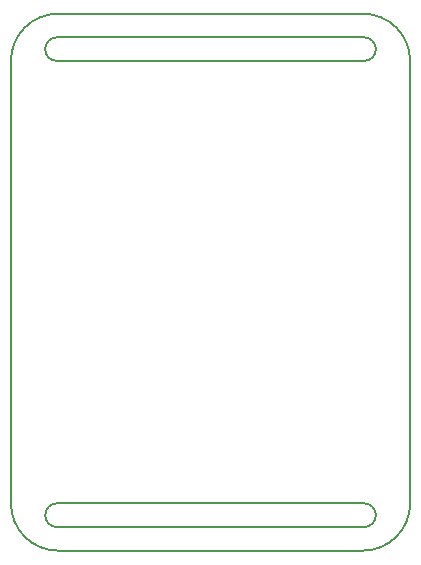
<source format=gbr>
G04 #@! TF.GenerationSoftware,KiCad,Pcbnew,(5.0.0)*
G04 #@! TF.CreationDate,2019-12-04T16:08:42-05:00*
G04 #@! TF.ProjectId,Watchy,5761746368792E6B696361645F706362,rev?*
G04 #@! TF.SameCoordinates,Original*
G04 #@! TF.FileFunction,Profile,NP*
%FSLAX46Y46*%
G04 Gerber Fmt 4.6, Leading zero omitted, Abs format (unit mm)*
G04 Created by KiCad (PCBNEW (5.0.0)) date 12/04/19 16:08:42*
%MOMM*%
%LPD*%
G01*
G04 APERTURE LIST*
%ADD10C,0.150000*%
G04 APERTURE END LIST*
D10*
X68700000Y-112600000D02*
X68700000Y-75160000D01*
X98490000Y-71150000D02*
X72710000Y-71150000D01*
X102500000Y-112600000D02*
X102500000Y-75150000D01*
X72710000Y-116610000D02*
X98500000Y-116610000D01*
X102500000Y-75150000D02*
G75*
G03X98500000Y-71150000I-4000000J0D01*
G01*
X68700000Y-112610000D02*
G75*
G03X72700000Y-116610000I4000000J0D01*
G01*
X98500000Y-116610000D02*
G75*
G03X102500000Y-112610000I0J4000000D01*
G01*
X72700000Y-71150000D02*
G75*
G03X68700000Y-75150000I0J-4000000D01*
G01*
X72600000Y-73150000D02*
X98600000Y-73150000D01*
X98600000Y-75150000D02*
X72600000Y-75150000D01*
X98600000Y-75150000D02*
G75*
G03X99600000Y-74150000I0J1000000D01*
G01*
X99600000Y-113610000D02*
G75*
G03X98600000Y-112610000I-1000000J0D01*
G01*
X72600000Y-112610000D02*
G75*
G03X71600000Y-113610000I0J-1000000D01*
G01*
X71600000Y-74150000D02*
G75*
G03X72600000Y-75150000I1000000J0D01*
G01*
X71600000Y-113610000D02*
G75*
G03X72600000Y-114610000I1000000J0D01*
G01*
X72600000Y-73150000D02*
G75*
G03X71600000Y-74150000I0J-1000000D01*
G01*
X99600000Y-74150000D02*
G75*
G03X98600000Y-73150000I-1000000J0D01*
G01*
X98600000Y-114610000D02*
G75*
G03X99600000Y-113610000I0J1000000D01*
G01*
X98600000Y-114610000D02*
X72600000Y-114610000D01*
X72600000Y-112610000D02*
X98600000Y-112610000D01*
M02*

</source>
